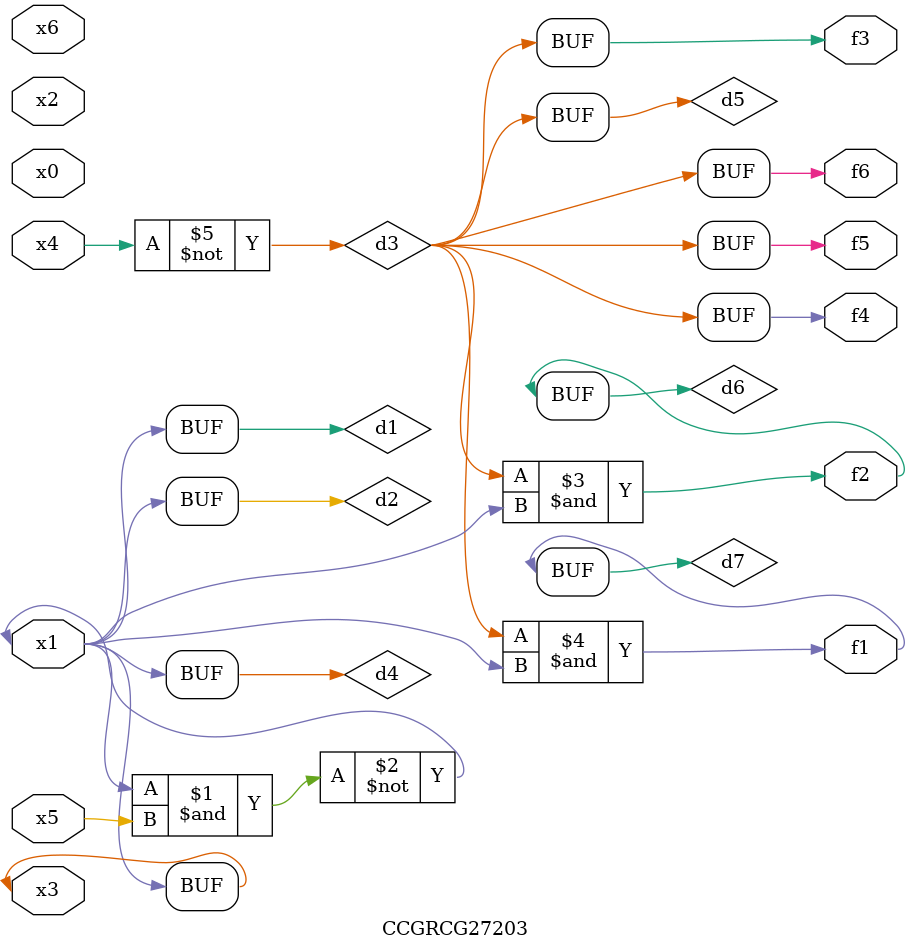
<source format=v>
module CCGRCG27203(
	input x0, x1, x2, x3, x4, x5, x6,
	output f1, f2, f3, f4, f5, f6
);

	wire d1, d2, d3, d4, d5, d6, d7;

	buf (d1, x1, x3);
	nand (d2, x1, x5);
	not (d3, x4);
	buf (d4, d1, d2);
	buf (d5, d3);
	and (d6, d3, d4);
	and (d7, d3, d4);
	assign f1 = d7;
	assign f2 = d6;
	assign f3 = d5;
	assign f4 = d5;
	assign f5 = d5;
	assign f6 = d5;
endmodule

</source>
